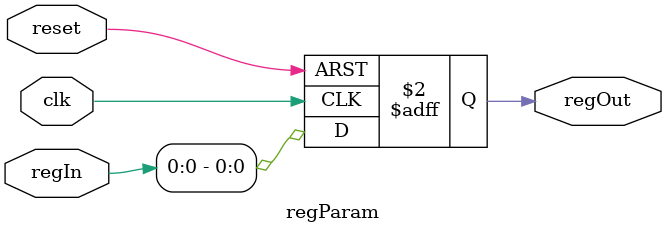
<source format=v>
`ifndef REGPARAM_H
`define REGPARAM_H

/*
normal registers without clock gating
*/

module regParam
#(
	parameter WIDTH=32
)
(
	input wire [WIDTH-1:0] regIn
	,input wire clk,reset
	,output reg regOut
);
	always @(posedge clk,posedge reset)
	begin
		if(reset)
			regOut<=0;
		else
			regOut<=regIn;
	end
endmodule

`endif //REGPARAM_H
</source>
